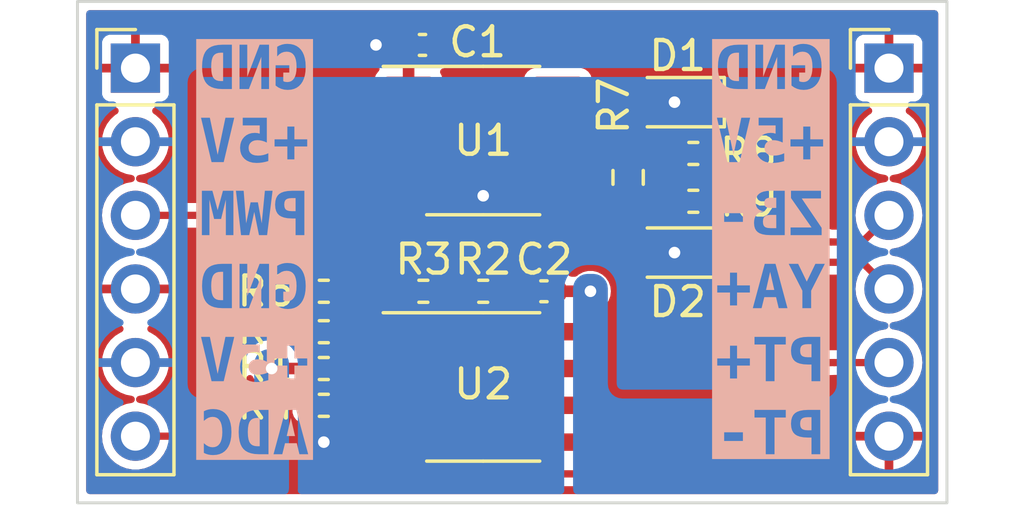
<source format=kicad_pcb>
(kicad_pcb (version 20221018) (generator pcbnew)
  (layers (0 "F.Cu" signal) (31 "B.Cu" signal) (34 "B.Paste" user) (35 "F.Paste" user) (36 "B.SilkS" user "B.Silkscreen") (37 "F.SilkS" user "F.Silkscreen") (38 "B.Mask" user) (39 "F.Mask" user) (44 "Edge.Cuts" user))
  (net 0 "")
  (net 1 "+5V")
  (net 2 "GND")
  (net 3 "/PT1000_IN")
  (net 4 "/PWM_IN")
  (net 5 "/PT1000_ADC")
  (net 6 "Net-(U2A--)")
  (net 7 "Net-(R3-Pad2)")
  (net 14 "Net-(U1-Z)")
  (net 15 "Net-(U1-Y)")
  (net 16 "/PWM_Z_B-")
  (net 17 "/PWM_Y_A+")
  (footprint "Connector_PinHeader_2.54mm:PinHeader_1x06_P2.54mm_Vertical" (layer "F.Cu") (at 78 55)
    (fp_text reference "J1" hide)
    (fp_text value "Conn_01x06")
    (fp_line (start -1.33 -1.33) (end 0 -1.33) (stroke (width 0.12)) (layer "F.SilkS"))
    (fp_line (start -1.33 0) (end -1.33 -1.33) (stroke (width 0.12)) (layer "F.SilkS"))
    (fp_line (start -1.33 1.27) (end -1.33 14.03) (stroke (width 0.12)) (layer "F.SilkS"))
    (fp_line (start -1.33 1.27) (end 1.33 1.27) (stroke (width 0.12)) (layer "F.SilkS"))
    (fp_line (start -1.33 14.03) (end 1.33 14.03) (stroke (width 0.12)) (layer "F.SilkS"))
    (fp_line (start 1.33 1.27) (end 1.33 14.03) (stroke (width 0.12)) (layer "F.SilkS"))
    (pad "1" thru_hole rect (at 0 0) (size 1.7 1.7) (drill 1) (layers "*.Cu" "*.Mask") (net 2 "GND"))
    (pad "2" thru_hole oval (at 0 2.54) (size 1.7 1.7) (drill 1) (layers "*.Cu" "*.Mask") (net 1 "+5V"))
    (pad "3" thru_hole oval (at 0 5.08) (size 1.7 1.7) (drill 1) (layers "*.Cu" "*.Mask") (net 16 "/PWM_Z_B-"))
    (pad "4" thru_hole oval (at 0 7.62) (size 1.7 1.7) (drill 1) (layers "*.Cu" "*.Mask") (net 17 "/PWM_Y_A+"))
    (pad "5" thru_hole oval (at 0 10.16) (size 1.7 1.7) (drill 1) (layers "*.Cu" "*.Mask") (net 3 "/PT1000_IN"))
    (pad "6" thru_hole oval (at 0 12.7) (size 1.7 1.7) (drill 1) (layers "*.Cu" "*.Mask") (net 2 "GND"))
  )
  (footprint "Connector_PinHeader_2.54mm:PinHeader_1x06_P2.54mm_Vertical" (layer "F.Cu") (at 52 55)
    (fp_text reference "J2" hide)
    (fp_text value "Conn_01x06")
    (fp_line (start -1.33 -1.33) (end 0 -1.33) (stroke (width 0.12)) (layer "F.SilkS"))
    (fp_line (start -1.33 0) (end -1.33 -1.33) (stroke (width 0.12)) (layer "F.SilkS"))
    (fp_line (start -1.33 1.27) (end -1.33 14.03) (stroke (width 0.12)) (layer "F.SilkS"))
    (fp_line (start -1.33 1.27) (end 1.33 1.27) (stroke (width 0.12)) (layer "F.SilkS"))
    (fp_line (start -1.33 14.03) (end 1.33 14.03) (stroke (width 0.12)) (layer "F.SilkS"))
    (fp_line (start 1.33 1.27) (end 1.33 14.03) (stroke (width 0.12)) (layer "F.SilkS"))
    (pad "1" thru_hole rect (at 0 0) (size 1.7 1.7) (drill 1) (layers "*.Cu" "*.Mask") (net 2 "GND"))
    (pad "2" thru_hole oval (at 0 2.54) (size 1.7 1.7) (drill 1) (layers "*.Cu" "*.Mask") (net 1 "+5V"))
    (pad "3" thru_hole oval (at 0 5.08) (size 1.7 1.7) (drill 1) (layers "*.Cu" "*.Mask") (net 4 "/PWM_IN"))
    (pad "4" thru_hole oval (at 0 7.62) (size 1.7 1.7) (drill 1) (layers "*.Cu" "*.Mask") (net 2 "GND"))
    (pad "5" thru_hole oval (at 0 10.16) (size 1.7 1.7) (drill 1) (layers "*.Cu" "*.Mask") (net 1 "+5V"))
    (pad "6" thru_hole oval (at 0 12.7) (size 1.7 1.7) (drill 1) (layers "*.Cu" "*.Mask") (net 5 "/PT1000_ADC"))
  )
  (footprint "Resistor_SMD:R_0402_1005Metric" (layer "F.Cu") (at 58.5 62.7 180)
    (fp_text reference "R6" (at 2 0) (layer "F.SilkS"))
    (fp_text value "15K")
    (fp_line (start -0.153641 -0.38) (end 0.153641 -0.38) (stroke (width 0.12)) (layer "F.SilkS"))
    (fp_line (start -0.153641 0.38) (end 0.153641 0.38) (stroke (width 0.12)) (layer "F.SilkS"))
    (pad "1" smd roundrect (at -0.51 0 180) (size 0.54 0.64) (layers "F.Cu" "F.Paste" "F.Mask") (net 2 "GND"))
    (pad "2" smd roundrect (at 0.51 0 180) (size 0.54 0.64) (layers "F.Cu" "F.Paste" "F.Mask") (net 5 "/PT1000_ADC"))
  )
  (footprint "Package_SO:SO-8_3.9x4.9mm_P1.27mm" (layer "F.Cu") (at 64 57.5)
    (fp_text reference "U1" (at 0 0) (layer "F.SilkS"))
    (fp_text value "MAX490E")
    (fp_line (start 0 -2.56) (end -3.45 -2.56) (stroke (width 0.12)) (layer "F.SilkS"))
    (fp_line (start 0 -2.56) (end 1.95 -2.56) (stroke (width 0.12)) (layer "F.SilkS"))
    (fp_line (start 0 2.56) (end -1.95 2.56) (stroke (width 0.12)) (layer "F.SilkS"))
    (fp_line (start 0 2.56) (end 1.95 2.56) (stroke (width 0.12)) (layer "F.SilkS"))
    (pad "1" smd roundrect (at -2.575 -1.905) (size 1.75 0.6) (layers "F.Cu" "F.Paste" "F.Mask") (net 1 "+5V"))
    (pad "2" smd roundrect (at -2.575 -0.635) (size 1.75 0.6) (layers "F.Cu" "F.Paste" "F.Mask"))
    (pad "3" smd roundrect (at -2.575 0.635) (size 1.75 0.6) (layers "F.Cu" "F.Paste" "F.Mask") (net 4 "/PWM_IN"))
    (pad "4" smd roundrect (at -2.575 1.905) (size 1.75 0.6) (layers "F.Cu" "F.Paste" "F.Mask") (net 2 "GND"))
    (pad "5" smd roundrect (at 2.575 1.905) (size 1.75 0.6) (layers "F.Cu" "F.Paste" "F.Mask") (net 15 "Net-(U1-Y)"))
    (pad "6" smd roundrect (at 2.575 0.635) (size 1.75 0.6) (layers "F.Cu" "F.Paste" "F.Mask") (net 14 "Net-(U1-Z)"))
    (pad "7" smd roundrect (at 2.575 -0.635) (size 1.75 0.6) (layers "F.Cu" "F.Paste" "F.Mask"))
    (pad "8" smd roundrect (at 2.575 -1.905) (size 1.75 0.6) (layers "F.Cu" "F.Paste" "F.Mask"))
  )
  (footprint "Resistor_SMD:R_0402_1005Metric" (layer "F.Cu") (at 71.25 57.945 180)
    (fp_text reference "R8" (at -1.9 0) (layer "F.SilkS"))
    (fp_text value "0R")
    (fp_line (start -0.153641 -0.38) (end 0.153641 -0.38) (stroke (width 0.12)) (layer "F.SilkS"))
    (fp_line (start -0.153641 0.38) (end 0.153641 0.38) (stroke (width 0.12)) (layer "F.SilkS"))
    (pad "1" smd roundrect (at -0.51 0 180) (size 0.54 0.64) (layers "F.Cu" "F.Paste" "F.Mask") (net 16 "/PWM_Z_B-"))
    (pad "2" smd roundrect (at 0.51 0 180) (size 0.54 0.64) (layers "F.Cu" "F.Paste" "F.Mask") (net 14 "Net-(U1-Z)"))
  )
  (footprint "Resistor_SMD:R_0402_1005Metric" (layer "F.Cu") (at 61.935 62.7 180)
    (fp_text reference "R3" (at -0.015 1.1) (layer "F.SilkS"))
    (fp_text value "10K")
    (fp_line (start -0.153641 -0.38) (end 0.153641 -0.38) (stroke (width 0.12)) (layer "F.SilkS"))
    (fp_line (start -0.153641 0.38) (end 0.153641 0.38) (stroke (width 0.12)) (layer "F.SilkS"))
    (pad "1" smd roundrect (at -0.51 0 180) (size 0.54 0.64) (layers "F.Cu" "F.Paste" "F.Mask") (net 6 "Net-(U2A--)"))
    (pad "2" smd roundrect (at 0.51 0 180) (size 0.54 0.64) (layers "F.Cu" "F.Paste" "F.Mask") (net 7 "Net-(R3-Pad2)"))
  )
  (footprint "Resistor_SMD:R_0402_1005Metric" (layer "F.Cu") (at 58.5 66.635)
    (fp_text reference "R4" (at -2 -0.035) (layer "F.SilkS"))
    (fp_text value "10K")
    (fp_line (start -0.153641 -0.38) (end 0.153641 -0.38) (stroke (width 0.12)) (layer "F.SilkS"))
    (fp_line (start -0.153641 0.38) (end 0.153641 0.38) (stroke (width 0.12)) (layer "F.SilkS"))
    (pad "1" smd roundrect (at -0.51 0) (size 0.54 0.64) (layers "F.Cu" "F.Paste" "F.Mask") (net 1 "+5V"))
    (pad "2" smd roundrect (at 0.51 0) (size 0.54 0.64) (layers "F.Cu" "F.Paste" "F.Mask") (net 3 "/PT1000_IN"))
  )
  (footprint "Diode_SMD:D_SOD-323" (layer "F.Cu") (at 70.71 56.175 180)
    (fp_text reference "D1" (at 0 1.6) (layer "F.SilkS"))
    (fp_text value "D_TVS")
    (fp_line (start -1.61 -0.85) (end -1.61 0.85) (stroke (width 0.12)) (layer "F.SilkS"))
    (fp_line (start -1.61 -0.85) (end 1.05 -0.85) (stroke (width 0.12)) (layer "F.SilkS"))
    (fp_line (start -1.61 0.85) (end 1.05 0.85) (stroke (width 0.12)) (layer "F.SilkS"))
    (pad "1" smd roundrect (at -1.05 0 180) (size 0.6 0.45) (layers "F.Cu" "F.Paste" "F.Mask") (net 16 "/PWM_Z_B-"))
    (pad "2" smd roundrect (at 1.05 0 180) (size 0.6 0.45) (layers "F.Cu" "F.Paste" "F.Mask") (net 2 "GND"))
  )
  (footprint "Capacitor_SMD:C_0402_1005Metric" (layer "F.Cu") (at 61.905 54.2)
    (fp_text reference "C1" (at 1.9 -0.1) (layer "F.SilkS"))
    (fp_text value "100nF 50V")
    (fp_line (start -0.107836 -0.36) (end 0.107836 -0.36) (stroke (width 0.12)) (layer "F.SilkS"))
    (fp_line (start -0.107836 0.36) (end 0.107836 0.36) (stroke (width 0.12)) (layer "F.SilkS"))
    (pad "1" smd roundrect (at -0.48 0) (size 0.56 0.62) (layers "F.Cu" "F.Paste" "F.Mask") (net 1 "+5V"))
    (pad "2" smd roundrect (at 0.48 0) (size 0.56 0.62) (layers "F.Cu" "F.Paste" "F.Mask") (net 2 "GND"))
  )
  (footprint "Resistor_SMD:R_0402_1005Metric" (layer "F.Cu") (at 58.5 64.095)
    (fp_text reference "R5" (at -2 -0.095) (layer "F.SilkS"))
    (fp_text value "10K")
    (fp_line (start -0.153641 -0.38) (end 0.153641 -0.38) (stroke (width 0.12)) (layer "F.SilkS"))
    (fp_line (start -0.153641 0.38) (end 0.153641 0.38) (stroke (width 0.12)) (layer "F.SilkS"))
    (pad "1" smd roundrect (at -0.51 0) (size 0.54 0.64) (layers "F.Cu" "F.Paste" "F.Mask") (net 5 "/PT1000_ADC"))
    (pad "2" smd roundrect (at 0.51 0) (size 0.54 0.64) (layers "F.Cu" "F.Paste" "F.Mask") (net 7 "Net-(R3-Pad2)"))
  )
  (footprint "Resistor_SMD:R_0402_1005Metric" (layer "F.Cu") (at 64 62.7 180)
    (fp_text reference "R2" (at 0 1.1) (layer "F.SilkS"))
    (fp_text value "1K")
    (fp_line (start -0.153641 -0.38) (end 0.153641 -0.38) (stroke (width 0.12)) (layer "F.SilkS"))
    (fp_line (start -0.153641 0.38) (end 0.153641 0.38) (stroke (width 0.12)) (layer "F.SilkS"))
    (pad "1" smd roundrect (at -0.51 0 180) (size 0.54 0.64) (layers "F.Cu" "F.Paste" "F.Mask") (net 2 "GND"))
    (pad "2" smd roundrect (at 0.51 0 180) (size 0.54 0.64) (layers "F.Cu" "F.Paste" "F.Mask") (net 6 "Net-(U2A--)"))
  )
  (footprint "Capacitor_SMD:C_0402_1005Metric" (layer "F.Cu") (at 66.095 62.7 180)
    (fp_text reference "C2" (at -0.005 1.1) (layer "F.SilkS"))
    (fp_text value "100nF 50V")
    (fp_line (start -0.107836 -0.36) (end 0.107836 -0.36) (stroke (width 0.12)) (layer "F.SilkS"))
    (fp_line (start -0.107836 0.36) (end 0.107836 0.36) (stroke (width 0.12)) (layer "F.SilkS"))
    (pad "1" smd roundrect (at -0.48 0 180) (size 0.56 0.62) (layers "F.Cu" "F.Paste" "F.Mask") (net 1 "+5V"))
    (pad "2" smd roundrect (at 0.48 0 180) (size 0.56 0.62) (layers "F.Cu" "F.Paste" "F.Mask") (net 2 "GND"))
  )
  (footprint "Package_SO:SO-8_3.9x4.9mm_P1.27mm" (layer "F.Cu") (at 64 66)
    (fp_text reference "U2" (at 0 -0.095) (layer "F.SilkS"))
    (fp_text value "LM2904")
    (fp_line (start 0 -2.56) (end -3.45 -2.56) (stroke (width 0.12)) (layer "F.SilkS"))
    (fp_line (start 0 -2.56) (end 1.95 -2.56) (stroke (width 0.12)) (layer "F.SilkS"))
    (fp_line (start 0 2.56) (end -1.95 2.56) (stroke (width 0.12)) (layer "F.SilkS"))
    (fp_line (start 0 2.56) (end 1.95 2.56) (stroke (width 0.12)) (layer "F.SilkS"))
    (pad "1" smd roundrect (at -2.575 -1.905) (size 1.75 0.6) (layers "F.Cu" "F.Paste" "F.Mask") (net 7 "Net-(R3-Pad2)"))
    (pad "2" smd roundrect (at -2.575 -0.635) (size 1.75 0.6) (layers "F.Cu" "F.Paste" "F.Mask") (net 6 "Net-(U2A--)"))
    (pad "3" smd roundrect (at -2.575 0.635) (size 1.75 0.6) (layers "F.Cu" "F.Paste" "F.Mask") (net 3 "/PT1000_IN"))
    (pad "4" smd roundrect (at -2.575 1.905) (size 1.75 0.6) (layers "F.Cu" "F.Paste" "F.Mask") (net 2 "GND"))
    (pad "5" smd roundrect (at 2.575 1.905) (size 1.75 0.6) (layers "F.Cu" "F.Paste" "F.Mask"))
    (pad "6" smd roundrect (at 2.575 0.635) (size 1.75 0.6) (layers "F.Cu" "F.Paste" "F.Mask"))
    (pad "7" smd roundrect (at 2.575 -0.635) (size 1.75 0.6) (layers "F.Cu" "F.Paste" "F.Mask"))
    (pad "8" smd roundrect (at 2.575 -1.905) (size 1.75 0.6) (layers "F.Cu" "F.Paste" "F.Mask") (net 1 "+5V"))
  )
  (footprint "Resistor_SMD:R_0603_1608Metric" (layer "F.Cu") (at 69 58.77 -90)
    (fp_text reference "R7" (at -2.47 0.5 90) (layer "F.SilkS"))
    (fp_text value "120R")
    (fp_line (start -0.237258 -0.5225) (end 0.237258 -0.5225) (stroke (width 0.12)) (layer "F.SilkS"))
    (fp_line (start -0.237258 0.5225) (end 0.237258 0.5225) (stroke (width 0.12)) (layer "F.SilkS"))
    (pad "1" smd roundrect (at -0.825 0 270) (size 0.8 0.95) (layers "F.Cu" "F.Paste" "F.Mask") (net 14 "Net-(U1-Z)"))
    (pad "2" smd roundrect (at 0.825 0 270) (size 0.8 0.95) (layers "F.Cu" "F.Paste" "F.Mask") (net 15 "Net-(U1-Y)"))
  )
  (footprint "Diode_SMD:D_SOD-323" (layer "F.Cu") (at 70.71 61.365 180)
    (fp_text reference "D2" (at 0 -1.7) (layer "F.SilkS"))
    (fp_text value "D_TVS")
    (fp_line (start -1.61 -0.85) (end -1.61 0.85) (stroke (width 0.12)) (layer "F.SilkS"))
    (fp_line (start -1.61 -0.85) (end 1.05 -0.85) (stroke (width 0.12)) (layer "F.SilkS"))
    (fp_line (start -1.61 0.85) (end 1.05 0.85) (stroke (width 0.12)) (layer "F.SilkS"))
    (pad "1" smd roundrect (at -1.05 0 180) (size 0.6 0.45) (layers "F.Cu" "F.Paste" "F.Mask") (net 17 "/PWM_Y_A+"))
    (pad "2" smd roundrect (at 1.05 0 180) (size 0.6 0.45) (layers "F.Cu" "F.Paste" "F.Mask") (net 2 "GND"))
  )
  (footprint "Resistor_SMD:R_0402_1005Metric" (layer "F.Cu") (at 58.5 65.365)
    (fp_text reference "R1" (at -2 -0.065) (layer "F.SilkS"))
    (fp_text value "10K")
    (fp_line (start -0.153641 -0.38) (end 0.153641 -0.38) (stroke (width 0.12)) (layer "F.SilkS"))
    (fp_line (start -0.153641 0.38) (end 0.153641 0.38) (stroke (width 0.12)) (layer "F.SilkS"))
    (pad "1" smd roundrect (at -0.51 0) (size 0.54 0.64) (layers "F.Cu" "F.Paste" "F.Mask") (net 1 "+5V"))
    (pad "2" smd roundrect (at 0.51 0) (size 0.54 0.64) (layers "F.Cu" "F.Paste" "F.Mask") (net 6 "Net-(U2A--)"))
  )
  (footprint "Resistor_SMD:R_0402_1005Metric" (layer "F.Cu") (at 71.25 59.595 180)
    (fp_text reference "R9" (at -1.9 0) (layer "F.SilkS"))
    (fp_text value "0R")
    (fp_line (start -0.153641 -0.38) (end 0.153641 -0.38) (stroke (width 0.12)) (layer "F.SilkS"))
    (fp_line (start -0.153641 0.38) (end 0.153641 0.38) (stroke (width 0.12)) (layer "F.SilkS"))
    (pad "1" smd roundrect (at -0.51 0 180) (size 0.54 0.64) (layers "F.Cu" "F.Paste" "F.Mask") (net 17 "/PWM_Y_A+"))
    (pad "2" smd roundrect (at 0.51 0 180) (size 0.54 0.64) (layers "F.Cu" "F.Paste" "F.Mask") (net 15 "Net-(U1-Y)"))
  )
  (gr_rect (start 50 52.7) (end 80 70) (stroke (width 0.1)) (fill none) (layer "Edge.Cuts"))
  (gr_text "GND\n+5V\nZB-\nYA+\nPT+\nPT-" (at 73.9 61.4) (layer "B.SilkS" knockout) (effects (font (size 1.5 1.5) (thickness 0.3) bold) (justify mirror)))
  (gr_text "GND\n+5V\nPWM\nGND\n+5V\nADC" (at 56.1 61.4) (layer "B.SilkS" knockout) (effects (font (size 1.5 1.5) (thickness 0.3) bold) (justify mirror)))
  (segment (start 56.7 65.365) (end 57.99 65.365) (width 0.4) (layer "F.Cu") (net 1))
  (segment (start 66.575 62.7) (end 67.7 62.7) (width 0.4) (layer "F.Cu") (net 1))
  (segment (start 57.99 65.365) (end 57.99 66.635) (width 0.4) (layer "F.Cu") (net 1))
  (segment (start 66.575 64.095) (end 66.575 62.7) (width 0.4) (layer "F.Cu") (net 1))
  (segment (start 61.425 55.595) (end 61.425 54.2) (width 0.4) (layer "F.Cu") (net 1))
  (segment (start 61.425 54.2) (end 60.3 54.2) (width 0.4) (layer "F.Cu") (net 1))
  (via (at 56.7 65.365) (size 0.8) (drill 0.4) (layers "F.Cu" "B.Cu") (net 1))
  (via (at 60.3 54.2) (size 0.8) (drill 0.4) (layers "F.Cu" "B.Cu") (net 1))
  (via (at 67.7 62.7) (size 0.8) (drill 0.4) (layers "F.Cu" "B.Cu") (net 1))
  (via (at 58.5 67.905) (size 0.8) (drill 0.4) (layers "F.Cu" "B.Cu") (net 2))
  (via (at 64 59.405) (size 0.8) (drill 0.4) (layers "F.Cu" "B.Cu") (net 2))
  (via (at 70.6 56.175) (size 0.8) (drill 0.4) (layers "F.Cu" "B.Cu") (net 2))
  (via (at 70.6 61.365) (size 0.8) (drill 0.4) (layers "F.Cu" "B.Cu") (net 2))
  (segment (start 61.425 66.635) (end 63 66.635) (width 0.25) (layer "F.Cu") (net 3))
  (segment (start 65 69) (end 68.128932 69) (width 0.25) (layer "F.Cu") (net 3))
  (segment (start 64 67.635) (end 64 68) (width 0.25) (layer "F.Cu") (net 3))
  (segment (start 71.664466 67.535534) (end 72.575534 66.624466) (width 0.25) (layer "F.Cu") (net 3))
  (segment (start 76.111068 65.16) (end 78 65.16) (width 0.25) (layer "F.Cu") (net 3))
  (segment (start 59.01 66.635) (end 61.425 66.635) (width 0.25) (layer "F.Cu") (net 3))
  (arc (start 76.111068 65.16) (mid 74.197651 65.540602) (end 72.575534 66.624466) (width 0.25) (layer "F.Cu") (net 3))
  (arc (start 63 66.635) (mid 63.707107 66.927893) (end 64 67.635) (width 0.25) (layer "F.Cu") (net 3))
  (arc (start 68.128932 69) (mid 70.042349 68.619398) (end 71.664466 67.535534) (width 0.25) (layer "F.Cu") (net 3))
  (arc (start 64 68) (mid 64.292893 68.707107) (end 65 69) (width 0.25) (layer "F.Cu") (net 3))
  (segment (start 52 60.08) (end 54.877359 60.08) (width 0.25) (layer "F.Cu") (net 4))
  (segment (start 59.307641 58.135) (end 61.425 58.135) (width 0.25) (layer "F.Cu") (net 4))
  (segment (start 56.99868 59.20132) (end 57.186321 59.013679) (width 0.25) (layer "F.Cu") (net 4))
  (arc (start 56.99868 59.20132) (mid 56.02541 59.851639) (end 54.877359 60.08) (width 0.25) (layer "F.Cu") (net 4))
  (arc (start 57.186321 59.013679) (mid 58.159591 58.363361) (end 59.307641 58.135) (width 0.25) (layer "F.Cu") (net 4))
  (segment (start 57.99 62.7) (end 57.99 64.095) (width 0.25) (layer "F.Cu") (net 5))
  (segment (start 56.9 64.095) (end 57.99 64.095) (width 0.25) (layer "F.Cu") (net 5))
  (segment (start 52 67.7) (end 53.9 67.7) (width 0.25) (layer "F.Cu") (net 5))
  (segment (start 55.4 66.2) (end 55.4 65.595) (width 0.25) (layer "F.Cu") (net 5))
  (arc (start 56.9 64.095) (mid 55.83934 64.53434) (end 55.4 65.595) (width 0.25) (layer "F.Cu") (net 5))
  (arc (start 53.9 67.7) (mid 54.96066 67.26066) (end 55.4 66.2) (width 0.25) (layer "F.Cu") (net 5))
  (segment (start 63.49 62.7) (end 63.49 64.365) (width 0.25) (layer "F.Cu") (net 6))
  (segment (start 62.445 62.7) (end 63.49 62.7) (width 0.25) (layer "F.Cu") (net 6))
  (segment (start 59.01 65.365) (end 61.425 65.365) (width 0.25) (layer "F.Cu") (net 6))
  (segment (start 62.49 65.365) (end 61.425 65.365) (width 0.25) (layer "F.Cu") (net 6))
  (arc (start 62.49 65.365) (mid 63.197107 65.072107) (end 63.49 64.365) (width 0.25) (layer "F.Cu") (net 6))
  (segment (start 61.425 64.095) (end 61.425 62.7) (width 0.25) (layer "F.Cu") (net 7))
  (segment (start 59.01 64.095) (end 61.425 64.095) (width 0.25) (layer "F.Cu") (net 7))
  (segment (start 68.81 58.135) (end 69 57.945) (width 0.25) (layer "F.Cu") (net 14))
  (segment (start 66.575 58.135) (end 68.81 58.135) (width 0.25) (layer "F.Cu") (net 14))
  (segment (start 70.74 57.945) (end 69 57.945) (width 0.25) (layer "F.Cu") (net 14))
  (segment (start 68.81 59.405) (end 69 59.595) (width 0.25) (layer "F.Cu") (net 15))
  (segment (start 70.74 59.595) (end 69 59.595) (width 0.25) (layer "F.Cu") (net 15))
  (segment (start 66.575 59.405) (end 68.81 59.405) (width 0.25) (layer "F.Cu") (net 15))
  (segment (start 73.446447 58.646447) (end 75.653554 60.853554) (width 0.25) (layer "F.Cu") (net 16))
  (segment (start 76.007107 61) (end 76.872893 61) (width 0.25) (layer "F.Cu") (net 16))
  (segment (start 71.76 56.175) (end 71.76 57.945) (width 0.25) (layer "F.Cu") (net 16))
  (segment (start 71.76 57.945) (end 72.168554 58.353554) (width 0.25) (layer "F.Cu") (net 16))
  (segment (start 77.226447 60.853553) (end 78 60.08) (width 0.25) (layer "F.Cu") (net 16))
  (segment (start 72.522107 58.5) (end 73.092893 58.5) (width 0.25) (layer "F.Cu") (net 16))
  (arc (start 76.872893 61) (mid 77.064235 60.96194) (end 77.226447 60.853553) (width 0.25) (layer "F.Cu") (net 16))
  (arc (start 73.092893 58.5) (mid 73.284235 58.53806) (end 73.446447 58.646447) (width 0.25) (layer "F.Cu") (net 16))
  (arc (start 75.653554 60.853554) (mid 75.815766 60.96194) (end 76.007107 61) (width 0.25) (layer "F.Cu") (net 16))
  (arc (start 72.522107 58.5) (mid 72.330766 58.46194) (end 72.168554 58.353554) (width 0.25) (layer "F.Cu") (net 16))
  (segment (start 72.512107 59.05) (end 72.742893 59.05) (width 0.25) (layer "F.Cu") (net 17))
  (segment (start 77.226447 61.846447) (end 78 62.62) (width 0.25) (layer "F.Cu") (net 17))
  (segment (start 73.096447 59.196447) (end 75.453554 61.553554) (width 0.25) (layer "F.Cu") (net 17))
  (segment (start 71.76 59.595) (end 71.76 61.365) (width 0.25) (layer "F.Cu") (net 17))
  (segment (start 75.807107 61.7) (end 76.872893 61.7) (width 0.25) (layer "F.Cu") (net 17))
  (segment (start 71.76 59.595) (end 72.158554 59.196446) (width 0.25) (layer "F.Cu") (net 17))
  (arc (start 72.158554 59.196446) (mid 72.320766 59.08806) (end 72.512107 59.05) (width 0.25) (layer "F.Cu") (net 17))
  (arc (start 73.096447 59.196447) (mid 72.934235 59.08806) (end 72.742893 59.05) (width 0.25) (layer "F.Cu") (net 17))
  (arc (start 75.807107 61.7) (mid 75.615766 61.66194) (end 75.453554 61.553554) (width 0.25) (layer "F.Cu") (net 17))
  (arc (start 76.872893 61.7) (mid 77.064235 61.73806) (end 77.226447 61.846447) (width 0.25) (layer "F.Cu") (net 17))
  (zone (net 2) (net_name "GND") (layers "F&B.Cu") (connect_pads (clearance 0.3)) (min_thickness 0.25) (fill yes (thermal_gap 0.5) (thermal_bridge_width 0.3))
    (polygon (pts (xy 50 52.7) (xy 50 70) (xy 80 70) (xy 80 52.7)))
  )
  (zone (net 1) (net_name "+5V") (layer "B.Cu") (priority 1) (connect_pads (clearance 0.3)) (min_thickness 0.25) (fill yes (thermal_gap 0.5) (thermal_bridge_width 0.3) (smoothing fillet) (radius 0.5))
    (polygon (pts (xy 53.8 66.4) (xy 56.1 66.4) (xy 56.1 64.7) (xy 57.3 64.7) (xy 57.3 70) (xy 50 70) (xy 50 52.7) (xy 80 52.7) (xy 80 70) (xy 67.1 70) (xy 67.1 62.1) (xy 68.3 62.1) (xy 68.3 66.4) (xy 76.2 66.4) (xy 76.2 55) (xy 53.8 55)))
  )
)
</source>
